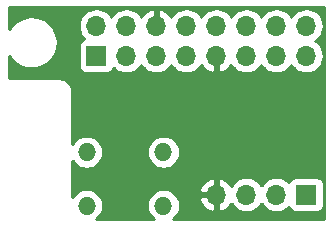
<source format=gbl>
G04 #@! TF.GenerationSoftware,KiCad,Pcbnew,(5.1.2)-1*
G04 #@! TF.CreationDate,2019-05-14T16:37:42-04:00*
G04 #@! TF.ProjectId,RaspberryPiHat,52617370-6265-4727-9279-50694861742e,1*
G04 #@! TF.SameCoordinates,Original*
G04 #@! TF.FileFunction,Copper,L2,Bot*
G04 #@! TF.FilePolarity,Positive*
%FSLAX46Y46*%
G04 Gerber Fmt 4.6, Leading zero omitted, Abs format (unit mm)*
G04 Created by KiCad (PCBNEW (5.1.2)-1) date 2019-05-14 16:37:42*
%MOMM*%
%LPD*%
G04 APERTURE LIST*
%ADD10R,1.700000X1.700000*%
%ADD11O,1.700000X1.700000*%
%ADD12O,1.524000X1.524000*%
%ADD13C,1.000000*%
%ADD14C,0.254000*%
G04 APERTURE END LIST*
D10*
X92583000Y-68580000D03*
D11*
X92583000Y-66040000D03*
X95123000Y-68580000D03*
X95123000Y-66040000D03*
X97663000Y-68580000D03*
X97663000Y-66040000D03*
X100203000Y-68580000D03*
X100203000Y-66040000D03*
X102743000Y-68580000D03*
X102743000Y-66040000D03*
X105283000Y-68580000D03*
X105283000Y-66040000D03*
X107823000Y-68580000D03*
X107823000Y-66040000D03*
X110363000Y-68580000D03*
X110363000Y-66040000D03*
D12*
X98269399Y-81254600D03*
X91766999Y-81254600D03*
X98269399Y-76733400D03*
X91766999Y-76733400D03*
D10*
X110370000Y-80318600D03*
D11*
X107830000Y-80318600D03*
X105290000Y-80318600D03*
X102750000Y-80318600D03*
D13*
X99568000Y-75184000D03*
X108458000Y-74422000D03*
D14*
G36*
X111862001Y-82398000D02*
G01*
X99078266Y-82398000D01*
X99262007Y-82247208D01*
X99436582Y-82034487D01*
X99566303Y-81791795D01*
X99646185Y-81528460D01*
X99673158Y-81254600D01*
X99646185Y-80980740D01*
X99566303Y-80717405D01*
X99543900Y-80675491D01*
X101308519Y-80675491D01*
X101405843Y-80949852D01*
X101554822Y-81199955D01*
X101749731Y-81416188D01*
X101983080Y-81590241D01*
X102245901Y-81715425D01*
X102393110Y-81760076D01*
X102623000Y-81638755D01*
X102623000Y-80445600D01*
X101429186Y-80445600D01*
X101308519Y-80675491D01*
X99543900Y-80675491D01*
X99436582Y-80474713D01*
X99262007Y-80261992D01*
X99049286Y-80087417D01*
X98814102Y-79961709D01*
X101308519Y-79961709D01*
X101429186Y-80191600D01*
X102623000Y-80191600D01*
X102623000Y-78998445D01*
X102877000Y-78998445D01*
X102877000Y-80191600D01*
X102897000Y-80191600D01*
X102897000Y-80445600D01*
X102877000Y-80445600D01*
X102877000Y-81638755D01*
X103106890Y-81760076D01*
X103254099Y-81715425D01*
X103516920Y-81590241D01*
X103750269Y-81416188D01*
X103945178Y-81199955D01*
X104014799Y-81083077D01*
X104049294Y-81147614D01*
X104234866Y-81373734D01*
X104460986Y-81559306D01*
X104718966Y-81697199D01*
X104998889Y-81782113D01*
X105217050Y-81803600D01*
X105362950Y-81803600D01*
X105581111Y-81782113D01*
X105861034Y-81697199D01*
X106119014Y-81559306D01*
X106345134Y-81373734D01*
X106530706Y-81147614D01*
X106560000Y-81092809D01*
X106589294Y-81147614D01*
X106774866Y-81373734D01*
X107000986Y-81559306D01*
X107258966Y-81697199D01*
X107538889Y-81782113D01*
X107757050Y-81803600D01*
X107902950Y-81803600D01*
X108121111Y-81782113D01*
X108401034Y-81697199D01*
X108659014Y-81559306D01*
X108885134Y-81373734D01*
X108909607Y-81343913D01*
X108930498Y-81412780D01*
X108989463Y-81523094D01*
X109068815Y-81619785D01*
X109165506Y-81699137D01*
X109275820Y-81758102D01*
X109395518Y-81794412D01*
X109520000Y-81806672D01*
X111220000Y-81806672D01*
X111344482Y-81794412D01*
X111464180Y-81758102D01*
X111574494Y-81699137D01*
X111671185Y-81619785D01*
X111750537Y-81523094D01*
X111809502Y-81412780D01*
X111845812Y-81293082D01*
X111858072Y-81168600D01*
X111858072Y-79468600D01*
X111845812Y-79344118D01*
X111809502Y-79224420D01*
X111750537Y-79114106D01*
X111671185Y-79017415D01*
X111574494Y-78938063D01*
X111464180Y-78879098D01*
X111344482Y-78842788D01*
X111220000Y-78830528D01*
X109520000Y-78830528D01*
X109395518Y-78842788D01*
X109275820Y-78879098D01*
X109165506Y-78938063D01*
X109068815Y-79017415D01*
X108989463Y-79114106D01*
X108930498Y-79224420D01*
X108909607Y-79293287D01*
X108885134Y-79263466D01*
X108659014Y-79077894D01*
X108401034Y-78940001D01*
X108121111Y-78855087D01*
X107902950Y-78833600D01*
X107757050Y-78833600D01*
X107538889Y-78855087D01*
X107258966Y-78940001D01*
X107000986Y-79077894D01*
X106774866Y-79263466D01*
X106589294Y-79489586D01*
X106560000Y-79544391D01*
X106530706Y-79489586D01*
X106345134Y-79263466D01*
X106119014Y-79077894D01*
X105861034Y-78940001D01*
X105581111Y-78855087D01*
X105362950Y-78833600D01*
X105217050Y-78833600D01*
X104998889Y-78855087D01*
X104718966Y-78940001D01*
X104460986Y-79077894D01*
X104234866Y-79263466D01*
X104049294Y-79489586D01*
X104014799Y-79554123D01*
X103945178Y-79437245D01*
X103750269Y-79221012D01*
X103516920Y-79046959D01*
X103254099Y-78921775D01*
X103106890Y-78877124D01*
X102877000Y-78998445D01*
X102623000Y-78998445D01*
X102393110Y-78877124D01*
X102245901Y-78921775D01*
X101983080Y-79046959D01*
X101749731Y-79221012D01*
X101554822Y-79437245D01*
X101405843Y-79687348D01*
X101308519Y-79961709D01*
X98814102Y-79961709D01*
X98806594Y-79957696D01*
X98543259Y-79877814D01*
X98338024Y-79857600D01*
X98200774Y-79857600D01*
X97995539Y-79877814D01*
X97732204Y-79957696D01*
X97489512Y-80087417D01*
X97276791Y-80261992D01*
X97102216Y-80474713D01*
X96972495Y-80717405D01*
X96892613Y-80980740D01*
X96865640Y-81254600D01*
X96892613Y-81528460D01*
X96972495Y-81791795D01*
X97102216Y-82034487D01*
X97276791Y-82247208D01*
X97460532Y-82398000D01*
X92575866Y-82398000D01*
X92759607Y-82247208D01*
X92934182Y-82034487D01*
X93063903Y-81791795D01*
X93143785Y-81528460D01*
X93170758Y-81254600D01*
X93143785Y-80980740D01*
X93063903Y-80717405D01*
X92934182Y-80474713D01*
X92759607Y-80261992D01*
X92546886Y-80087417D01*
X92304194Y-79957696D01*
X92040859Y-79877814D01*
X91835624Y-79857600D01*
X91698374Y-79857600D01*
X91493139Y-79877814D01*
X91229804Y-79957696D01*
X90987112Y-80087417D01*
X90774391Y-80261992D01*
X90599816Y-80474713D01*
X90576000Y-80519270D01*
X90576000Y-77468730D01*
X90599816Y-77513287D01*
X90774391Y-77726008D01*
X90987112Y-77900583D01*
X91229804Y-78030304D01*
X91493139Y-78110186D01*
X91698374Y-78130400D01*
X91835624Y-78130400D01*
X92040859Y-78110186D01*
X92304194Y-78030304D01*
X92546886Y-77900583D01*
X92759607Y-77726008D01*
X92934182Y-77513287D01*
X93063903Y-77270595D01*
X93143785Y-77007260D01*
X93170758Y-76733400D01*
X96865640Y-76733400D01*
X96892613Y-77007260D01*
X96972495Y-77270595D01*
X97102216Y-77513287D01*
X97276791Y-77726008D01*
X97489512Y-77900583D01*
X97732204Y-78030304D01*
X97995539Y-78110186D01*
X98200774Y-78130400D01*
X98338024Y-78130400D01*
X98543259Y-78110186D01*
X98806594Y-78030304D01*
X99049286Y-77900583D01*
X99262007Y-77726008D01*
X99436582Y-77513287D01*
X99566303Y-77270595D01*
X99646185Y-77007260D01*
X99673158Y-76733400D01*
X99646185Y-76459540D01*
X99566303Y-76196205D01*
X99436582Y-75953513D01*
X99262007Y-75740792D01*
X99049286Y-75566217D01*
X98806594Y-75436496D01*
X98543259Y-75356614D01*
X98338024Y-75336400D01*
X98200774Y-75336400D01*
X97995539Y-75356614D01*
X97732204Y-75436496D01*
X97489512Y-75566217D01*
X97276791Y-75740792D01*
X97102216Y-75953513D01*
X96972495Y-76196205D01*
X96892613Y-76459540D01*
X96865640Y-76733400D01*
X93170758Y-76733400D01*
X93143785Y-76459540D01*
X93063903Y-76196205D01*
X92934182Y-75953513D01*
X92759607Y-75740792D01*
X92546886Y-75566217D01*
X92304194Y-75436496D01*
X92040859Y-75356614D01*
X91835624Y-75336400D01*
X91698374Y-75336400D01*
X91493139Y-75356614D01*
X91229804Y-75436496D01*
X90987112Y-75566217D01*
X90774391Y-75740792D01*
X90599816Y-75953513D01*
X90576000Y-75998070D01*
X90576000Y-71595581D01*
X90573251Y-71567668D01*
X90573272Y-71564633D01*
X90572372Y-71555462D01*
X90567238Y-71506616D01*
X90566450Y-71498617D01*
X90566369Y-71498350D01*
X90562008Y-71456860D01*
X90549984Y-71398286D01*
X90538771Y-71339504D01*
X90536107Y-71330683D01*
X90506789Y-71235973D01*
X90483636Y-71180895D01*
X90461202Y-71125368D01*
X90456875Y-71117232D01*
X90409720Y-71030020D01*
X90376270Y-70980429D01*
X90343514Y-70930371D01*
X90337689Y-70923230D01*
X90274493Y-70846838D01*
X90232058Y-70804699D01*
X90190195Y-70761949D01*
X90183094Y-70756075D01*
X90106263Y-70693413D01*
X90056467Y-70660329D01*
X90007079Y-70626512D01*
X89998973Y-70622130D01*
X89911434Y-70575585D01*
X89856159Y-70552803D01*
X89801149Y-70529225D01*
X89792346Y-70526500D01*
X89697432Y-70497844D01*
X89638752Y-70486225D01*
X89580242Y-70473788D01*
X89571077Y-70472825D01*
X89472406Y-70463150D01*
X89472402Y-70463150D01*
X89440419Y-70460000D01*
X85242000Y-70460000D01*
X85242000Y-68570410D01*
X85303450Y-68682187D01*
X85579942Y-69011698D01*
X85915171Y-69281229D01*
X86296367Y-69480513D01*
X86709012Y-69601961D01*
X87137387Y-69640946D01*
X87565176Y-69595984D01*
X87976084Y-69468786D01*
X88354461Y-69264199D01*
X88685894Y-68990014D01*
X88957758Y-68656675D01*
X89159699Y-68276879D01*
X89284025Y-67865093D01*
X89326000Y-67437000D01*
X89325141Y-67375461D01*
X89271229Y-66948707D01*
X89135454Y-66540552D01*
X88922987Y-66166543D01*
X88813758Y-66040000D01*
X91090815Y-66040000D01*
X91119487Y-66331111D01*
X91204401Y-66611034D01*
X91342294Y-66869014D01*
X91527866Y-67095134D01*
X91557687Y-67119607D01*
X91488820Y-67140498D01*
X91378506Y-67199463D01*
X91281815Y-67278815D01*
X91202463Y-67375506D01*
X91143498Y-67485820D01*
X91107188Y-67605518D01*
X91094928Y-67730000D01*
X91094928Y-69430000D01*
X91107188Y-69554482D01*
X91143498Y-69674180D01*
X91202463Y-69784494D01*
X91281815Y-69881185D01*
X91378506Y-69960537D01*
X91488820Y-70019502D01*
X91608518Y-70055812D01*
X91733000Y-70068072D01*
X93433000Y-70068072D01*
X93557482Y-70055812D01*
X93677180Y-70019502D01*
X93787494Y-69960537D01*
X93884185Y-69881185D01*
X93963537Y-69784494D01*
X94022502Y-69674180D01*
X94043393Y-69605313D01*
X94067866Y-69635134D01*
X94293986Y-69820706D01*
X94551966Y-69958599D01*
X94831889Y-70043513D01*
X95050050Y-70065000D01*
X95195950Y-70065000D01*
X95414111Y-70043513D01*
X95694034Y-69958599D01*
X95952014Y-69820706D01*
X96178134Y-69635134D01*
X96363706Y-69409014D01*
X96393000Y-69354209D01*
X96422294Y-69409014D01*
X96607866Y-69635134D01*
X96833986Y-69820706D01*
X97091966Y-69958599D01*
X97371889Y-70043513D01*
X97590050Y-70065000D01*
X97735950Y-70065000D01*
X97954111Y-70043513D01*
X98234034Y-69958599D01*
X98492014Y-69820706D01*
X98718134Y-69635134D01*
X98903706Y-69409014D01*
X98933000Y-69354209D01*
X98962294Y-69409014D01*
X99147866Y-69635134D01*
X99373986Y-69820706D01*
X99631966Y-69958599D01*
X99911889Y-70043513D01*
X100130050Y-70065000D01*
X100275950Y-70065000D01*
X100494111Y-70043513D01*
X100774034Y-69958599D01*
X101032014Y-69820706D01*
X101258134Y-69635134D01*
X101443706Y-69409014D01*
X101478201Y-69344477D01*
X101547822Y-69461355D01*
X101742731Y-69677588D01*
X101976080Y-69851641D01*
X102238901Y-69976825D01*
X102386110Y-70021476D01*
X102616000Y-69900155D01*
X102616000Y-68707000D01*
X102596000Y-68707000D01*
X102596000Y-68453000D01*
X102616000Y-68453000D01*
X102616000Y-68433000D01*
X102870000Y-68433000D01*
X102870000Y-68453000D01*
X102890000Y-68453000D01*
X102890000Y-68707000D01*
X102870000Y-68707000D01*
X102870000Y-69900155D01*
X103099890Y-70021476D01*
X103247099Y-69976825D01*
X103509920Y-69851641D01*
X103743269Y-69677588D01*
X103938178Y-69461355D01*
X104007799Y-69344477D01*
X104042294Y-69409014D01*
X104227866Y-69635134D01*
X104453986Y-69820706D01*
X104711966Y-69958599D01*
X104991889Y-70043513D01*
X105210050Y-70065000D01*
X105355950Y-70065000D01*
X105574111Y-70043513D01*
X105854034Y-69958599D01*
X106112014Y-69820706D01*
X106338134Y-69635134D01*
X106523706Y-69409014D01*
X106553000Y-69354209D01*
X106582294Y-69409014D01*
X106767866Y-69635134D01*
X106993986Y-69820706D01*
X107251966Y-69958599D01*
X107531889Y-70043513D01*
X107750050Y-70065000D01*
X107895950Y-70065000D01*
X108114111Y-70043513D01*
X108394034Y-69958599D01*
X108652014Y-69820706D01*
X108878134Y-69635134D01*
X109063706Y-69409014D01*
X109093000Y-69354209D01*
X109122294Y-69409014D01*
X109307866Y-69635134D01*
X109533986Y-69820706D01*
X109791966Y-69958599D01*
X110071889Y-70043513D01*
X110290050Y-70065000D01*
X110435950Y-70065000D01*
X110654111Y-70043513D01*
X110934034Y-69958599D01*
X111192014Y-69820706D01*
X111418134Y-69635134D01*
X111603706Y-69409014D01*
X111741599Y-69151034D01*
X111826513Y-68871111D01*
X111855185Y-68580000D01*
X111826513Y-68288889D01*
X111741599Y-68008966D01*
X111603706Y-67750986D01*
X111418134Y-67524866D01*
X111192014Y-67339294D01*
X111137209Y-67310000D01*
X111192014Y-67280706D01*
X111418134Y-67095134D01*
X111603706Y-66869014D01*
X111741599Y-66611034D01*
X111826513Y-66331111D01*
X111855185Y-66040000D01*
X111826513Y-65748889D01*
X111741599Y-65468966D01*
X111603706Y-65210986D01*
X111418134Y-64984866D01*
X111192014Y-64799294D01*
X110934034Y-64661401D01*
X110654111Y-64576487D01*
X110435950Y-64555000D01*
X110290050Y-64555000D01*
X110071889Y-64576487D01*
X109791966Y-64661401D01*
X109533986Y-64799294D01*
X109307866Y-64984866D01*
X109122294Y-65210986D01*
X109093000Y-65265791D01*
X109063706Y-65210986D01*
X108878134Y-64984866D01*
X108652014Y-64799294D01*
X108394034Y-64661401D01*
X108114111Y-64576487D01*
X107895950Y-64555000D01*
X107750050Y-64555000D01*
X107531889Y-64576487D01*
X107251966Y-64661401D01*
X106993986Y-64799294D01*
X106767866Y-64984866D01*
X106582294Y-65210986D01*
X106553000Y-65265791D01*
X106523706Y-65210986D01*
X106338134Y-64984866D01*
X106112014Y-64799294D01*
X105854034Y-64661401D01*
X105574111Y-64576487D01*
X105355950Y-64555000D01*
X105210050Y-64555000D01*
X104991889Y-64576487D01*
X104711966Y-64661401D01*
X104453986Y-64799294D01*
X104227866Y-64984866D01*
X104042294Y-65210986D01*
X104013000Y-65265791D01*
X103983706Y-65210986D01*
X103798134Y-64984866D01*
X103572014Y-64799294D01*
X103314034Y-64661401D01*
X103034111Y-64576487D01*
X102815950Y-64555000D01*
X102670050Y-64555000D01*
X102451889Y-64576487D01*
X102171966Y-64661401D01*
X101913986Y-64799294D01*
X101687866Y-64984866D01*
X101502294Y-65210986D01*
X101473000Y-65265791D01*
X101443706Y-65210986D01*
X101258134Y-64984866D01*
X101032014Y-64799294D01*
X100774034Y-64661401D01*
X100494111Y-64576487D01*
X100275950Y-64555000D01*
X100130050Y-64555000D01*
X99911889Y-64576487D01*
X99631966Y-64661401D01*
X99373986Y-64799294D01*
X99147866Y-64984866D01*
X98962294Y-65210986D01*
X98927799Y-65275523D01*
X98858178Y-65158645D01*
X98663269Y-64942412D01*
X98429920Y-64768359D01*
X98167099Y-64643175D01*
X98019890Y-64598524D01*
X97790000Y-64719845D01*
X97790000Y-65913000D01*
X97810000Y-65913000D01*
X97810000Y-66167000D01*
X97790000Y-66167000D01*
X97790000Y-66187000D01*
X97536000Y-66187000D01*
X97536000Y-66167000D01*
X97516000Y-66167000D01*
X97516000Y-65913000D01*
X97536000Y-65913000D01*
X97536000Y-64719845D01*
X97306110Y-64598524D01*
X97158901Y-64643175D01*
X96896080Y-64768359D01*
X96662731Y-64942412D01*
X96467822Y-65158645D01*
X96398201Y-65275523D01*
X96363706Y-65210986D01*
X96178134Y-64984866D01*
X95952014Y-64799294D01*
X95694034Y-64661401D01*
X95414111Y-64576487D01*
X95195950Y-64555000D01*
X95050050Y-64555000D01*
X94831889Y-64576487D01*
X94551966Y-64661401D01*
X94293986Y-64799294D01*
X94067866Y-64984866D01*
X93882294Y-65210986D01*
X93853000Y-65265791D01*
X93823706Y-65210986D01*
X93638134Y-64984866D01*
X93412014Y-64799294D01*
X93154034Y-64661401D01*
X92874111Y-64576487D01*
X92655950Y-64555000D01*
X92510050Y-64555000D01*
X92291889Y-64576487D01*
X92011966Y-64661401D01*
X91753986Y-64799294D01*
X91527866Y-64984866D01*
X91342294Y-65210986D01*
X91204401Y-65468966D01*
X91119487Y-65748889D01*
X91090815Y-66040000D01*
X88813758Y-66040000D01*
X88641921Y-65840925D01*
X88302962Y-65576101D01*
X87919021Y-65382158D01*
X87504721Y-65266484D01*
X87075843Y-65233483D01*
X86648723Y-65284414D01*
X86239631Y-65417337D01*
X85864147Y-65627187D01*
X85536575Y-65905973D01*
X85269391Y-66243075D01*
X85242000Y-66296372D01*
X85242000Y-64414000D01*
X111862000Y-64414000D01*
X111862001Y-82398000D01*
X111862001Y-82398000D01*
G37*
X111862001Y-82398000D02*
X99078266Y-82398000D01*
X99262007Y-82247208D01*
X99436582Y-82034487D01*
X99566303Y-81791795D01*
X99646185Y-81528460D01*
X99673158Y-81254600D01*
X99646185Y-80980740D01*
X99566303Y-80717405D01*
X99543900Y-80675491D01*
X101308519Y-80675491D01*
X101405843Y-80949852D01*
X101554822Y-81199955D01*
X101749731Y-81416188D01*
X101983080Y-81590241D01*
X102245901Y-81715425D01*
X102393110Y-81760076D01*
X102623000Y-81638755D01*
X102623000Y-80445600D01*
X101429186Y-80445600D01*
X101308519Y-80675491D01*
X99543900Y-80675491D01*
X99436582Y-80474713D01*
X99262007Y-80261992D01*
X99049286Y-80087417D01*
X98814102Y-79961709D01*
X101308519Y-79961709D01*
X101429186Y-80191600D01*
X102623000Y-80191600D01*
X102623000Y-78998445D01*
X102877000Y-78998445D01*
X102877000Y-80191600D01*
X102897000Y-80191600D01*
X102897000Y-80445600D01*
X102877000Y-80445600D01*
X102877000Y-81638755D01*
X103106890Y-81760076D01*
X103254099Y-81715425D01*
X103516920Y-81590241D01*
X103750269Y-81416188D01*
X103945178Y-81199955D01*
X104014799Y-81083077D01*
X104049294Y-81147614D01*
X104234866Y-81373734D01*
X104460986Y-81559306D01*
X104718966Y-81697199D01*
X104998889Y-81782113D01*
X105217050Y-81803600D01*
X105362950Y-81803600D01*
X105581111Y-81782113D01*
X105861034Y-81697199D01*
X106119014Y-81559306D01*
X106345134Y-81373734D01*
X106530706Y-81147614D01*
X106560000Y-81092809D01*
X106589294Y-81147614D01*
X106774866Y-81373734D01*
X107000986Y-81559306D01*
X107258966Y-81697199D01*
X107538889Y-81782113D01*
X107757050Y-81803600D01*
X107902950Y-81803600D01*
X108121111Y-81782113D01*
X108401034Y-81697199D01*
X108659014Y-81559306D01*
X108885134Y-81373734D01*
X108909607Y-81343913D01*
X108930498Y-81412780D01*
X108989463Y-81523094D01*
X109068815Y-81619785D01*
X109165506Y-81699137D01*
X109275820Y-81758102D01*
X109395518Y-81794412D01*
X109520000Y-81806672D01*
X111220000Y-81806672D01*
X111344482Y-81794412D01*
X111464180Y-81758102D01*
X111574494Y-81699137D01*
X111671185Y-81619785D01*
X111750537Y-81523094D01*
X111809502Y-81412780D01*
X111845812Y-81293082D01*
X111858072Y-81168600D01*
X111858072Y-79468600D01*
X111845812Y-79344118D01*
X111809502Y-79224420D01*
X111750537Y-79114106D01*
X111671185Y-79017415D01*
X111574494Y-78938063D01*
X111464180Y-78879098D01*
X111344482Y-78842788D01*
X111220000Y-78830528D01*
X109520000Y-78830528D01*
X109395518Y-78842788D01*
X109275820Y-78879098D01*
X109165506Y-78938063D01*
X109068815Y-79017415D01*
X108989463Y-79114106D01*
X108930498Y-79224420D01*
X108909607Y-79293287D01*
X108885134Y-79263466D01*
X108659014Y-79077894D01*
X108401034Y-78940001D01*
X108121111Y-78855087D01*
X107902950Y-78833600D01*
X107757050Y-78833600D01*
X107538889Y-78855087D01*
X107258966Y-78940001D01*
X107000986Y-79077894D01*
X106774866Y-79263466D01*
X106589294Y-79489586D01*
X106560000Y-79544391D01*
X106530706Y-79489586D01*
X106345134Y-79263466D01*
X106119014Y-79077894D01*
X105861034Y-78940001D01*
X105581111Y-78855087D01*
X105362950Y-78833600D01*
X105217050Y-78833600D01*
X104998889Y-78855087D01*
X104718966Y-78940001D01*
X104460986Y-79077894D01*
X104234866Y-79263466D01*
X104049294Y-79489586D01*
X104014799Y-79554123D01*
X103945178Y-79437245D01*
X103750269Y-79221012D01*
X103516920Y-79046959D01*
X103254099Y-78921775D01*
X103106890Y-78877124D01*
X102877000Y-78998445D01*
X102623000Y-78998445D01*
X102393110Y-78877124D01*
X102245901Y-78921775D01*
X101983080Y-79046959D01*
X101749731Y-79221012D01*
X101554822Y-79437245D01*
X101405843Y-79687348D01*
X101308519Y-79961709D01*
X98814102Y-79961709D01*
X98806594Y-79957696D01*
X98543259Y-79877814D01*
X98338024Y-79857600D01*
X98200774Y-79857600D01*
X97995539Y-79877814D01*
X97732204Y-79957696D01*
X97489512Y-80087417D01*
X97276791Y-80261992D01*
X97102216Y-80474713D01*
X96972495Y-80717405D01*
X96892613Y-80980740D01*
X96865640Y-81254600D01*
X96892613Y-81528460D01*
X96972495Y-81791795D01*
X97102216Y-82034487D01*
X97276791Y-82247208D01*
X97460532Y-82398000D01*
X92575866Y-82398000D01*
X92759607Y-82247208D01*
X92934182Y-82034487D01*
X93063903Y-81791795D01*
X93143785Y-81528460D01*
X93170758Y-81254600D01*
X93143785Y-80980740D01*
X93063903Y-80717405D01*
X92934182Y-80474713D01*
X92759607Y-80261992D01*
X92546886Y-80087417D01*
X92304194Y-79957696D01*
X92040859Y-79877814D01*
X91835624Y-79857600D01*
X91698374Y-79857600D01*
X91493139Y-79877814D01*
X91229804Y-79957696D01*
X90987112Y-80087417D01*
X90774391Y-80261992D01*
X90599816Y-80474713D01*
X90576000Y-80519270D01*
X90576000Y-77468730D01*
X90599816Y-77513287D01*
X90774391Y-77726008D01*
X90987112Y-77900583D01*
X91229804Y-78030304D01*
X91493139Y-78110186D01*
X91698374Y-78130400D01*
X91835624Y-78130400D01*
X92040859Y-78110186D01*
X92304194Y-78030304D01*
X92546886Y-77900583D01*
X92759607Y-77726008D01*
X92934182Y-77513287D01*
X93063903Y-77270595D01*
X93143785Y-77007260D01*
X93170758Y-76733400D01*
X96865640Y-76733400D01*
X96892613Y-77007260D01*
X96972495Y-77270595D01*
X97102216Y-77513287D01*
X97276791Y-77726008D01*
X97489512Y-77900583D01*
X97732204Y-78030304D01*
X97995539Y-78110186D01*
X98200774Y-78130400D01*
X98338024Y-78130400D01*
X98543259Y-78110186D01*
X98806594Y-78030304D01*
X99049286Y-77900583D01*
X99262007Y-77726008D01*
X99436582Y-77513287D01*
X99566303Y-77270595D01*
X99646185Y-77007260D01*
X99673158Y-76733400D01*
X99646185Y-76459540D01*
X99566303Y-76196205D01*
X99436582Y-75953513D01*
X99262007Y-75740792D01*
X99049286Y-75566217D01*
X98806594Y-75436496D01*
X98543259Y-75356614D01*
X98338024Y-75336400D01*
X98200774Y-75336400D01*
X97995539Y-75356614D01*
X97732204Y-75436496D01*
X97489512Y-75566217D01*
X97276791Y-75740792D01*
X97102216Y-75953513D01*
X96972495Y-76196205D01*
X96892613Y-76459540D01*
X96865640Y-76733400D01*
X93170758Y-76733400D01*
X93143785Y-76459540D01*
X93063903Y-76196205D01*
X92934182Y-75953513D01*
X92759607Y-75740792D01*
X92546886Y-75566217D01*
X92304194Y-75436496D01*
X92040859Y-75356614D01*
X91835624Y-75336400D01*
X91698374Y-75336400D01*
X91493139Y-75356614D01*
X91229804Y-75436496D01*
X90987112Y-75566217D01*
X90774391Y-75740792D01*
X90599816Y-75953513D01*
X90576000Y-75998070D01*
X90576000Y-71595581D01*
X90573251Y-71567668D01*
X90573272Y-71564633D01*
X90572372Y-71555462D01*
X90567238Y-71506616D01*
X90566450Y-71498617D01*
X90566369Y-71498350D01*
X90562008Y-71456860D01*
X90549984Y-71398286D01*
X90538771Y-71339504D01*
X90536107Y-71330683D01*
X90506789Y-71235973D01*
X90483636Y-71180895D01*
X90461202Y-71125368D01*
X90456875Y-71117232D01*
X90409720Y-71030020D01*
X90376270Y-70980429D01*
X90343514Y-70930371D01*
X90337689Y-70923230D01*
X90274493Y-70846838D01*
X90232058Y-70804699D01*
X90190195Y-70761949D01*
X90183094Y-70756075D01*
X90106263Y-70693413D01*
X90056467Y-70660329D01*
X90007079Y-70626512D01*
X89998973Y-70622130D01*
X89911434Y-70575585D01*
X89856159Y-70552803D01*
X89801149Y-70529225D01*
X89792346Y-70526500D01*
X89697432Y-70497844D01*
X89638752Y-70486225D01*
X89580242Y-70473788D01*
X89571077Y-70472825D01*
X89472406Y-70463150D01*
X89472402Y-70463150D01*
X89440419Y-70460000D01*
X85242000Y-70460000D01*
X85242000Y-68570410D01*
X85303450Y-68682187D01*
X85579942Y-69011698D01*
X85915171Y-69281229D01*
X86296367Y-69480513D01*
X86709012Y-69601961D01*
X87137387Y-69640946D01*
X87565176Y-69595984D01*
X87976084Y-69468786D01*
X88354461Y-69264199D01*
X88685894Y-68990014D01*
X88957758Y-68656675D01*
X89159699Y-68276879D01*
X89284025Y-67865093D01*
X89326000Y-67437000D01*
X89325141Y-67375461D01*
X89271229Y-66948707D01*
X89135454Y-66540552D01*
X88922987Y-66166543D01*
X88813758Y-66040000D01*
X91090815Y-66040000D01*
X91119487Y-66331111D01*
X91204401Y-66611034D01*
X91342294Y-66869014D01*
X91527866Y-67095134D01*
X91557687Y-67119607D01*
X91488820Y-67140498D01*
X91378506Y-67199463D01*
X91281815Y-67278815D01*
X91202463Y-67375506D01*
X91143498Y-67485820D01*
X91107188Y-67605518D01*
X91094928Y-67730000D01*
X91094928Y-69430000D01*
X91107188Y-69554482D01*
X91143498Y-69674180D01*
X91202463Y-69784494D01*
X91281815Y-69881185D01*
X91378506Y-69960537D01*
X91488820Y-70019502D01*
X91608518Y-70055812D01*
X91733000Y-70068072D01*
X93433000Y-70068072D01*
X93557482Y-70055812D01*
X93677180Y-70019502D01*
X93787494Y-69960537D01*
X93884185Y-69881185D01*
X93963537Y-69784494D01*
X94022502Y-69674180D01*
X94043393Y-69605313D01*
X94067866Y-69635134D01*
X94293986Y-69820706D01*
X94551966Y-69958599D01*
X94831889Y-70043513D01*
X95050050Y-70065000D01*
X95195950Y-70065000D01*
X95414111Y-70043513D01*
X95694034Y-69958599D01*
X95952014Y-69820706D01*
X96178134Y-69635134D01*
X96363706Y-69409014D01*
X96393000Y-69354209D01*
X96422294Y-69409014D01*
X96607866Y-69635134D01*
X96833986Y-69820706D01*
X97091966Y-69958599D01*
X97371889Y-70043513D01*
X97590050Y-70065000D01*
X97735950Y-70065000D01*
X97954111Y-70043513D01*
X98234034Y-69958599D01*
X98492014Y-69820706D01*
X98718134Y-69635134D01*
X98903706Y-69409014D01*
X98933000Y-69354209D01*
X98962294Y-69409014D01*
X99147866Y-69635134D01*
X99373986Y-69820706D01*
X99631966Y-69958599D01*
X99911889Y-70043513D01*
X100130050Y-70065000D01*
X100275950Y-70065000D01*
X100494111Y-70043513D01*
X100774034Y-69958599D01*
X101032014Y-69820706D01*
X101258134Y-69635134D01*
X101443706Y-69409014D01*
X101478201Y-69344477D01*
X101547822Y-69461355D01*
X101742731Y-69677588D01*
X101976080Y-69851641D01*
X102238901Y-69976825D01*
X102386110Y-70021476D01*
X102616000Y-69900155D01*
X102616000Y-68707000D01*
X102596000Y-68707000D01*
X102596000Y-68453000D01*
X102616000Y-68453000D01*
X102616000Y-68433000D01*
X102870000Y-68433000D01*
X102870000Y-68453000D01*
X102890000Y-68453000D01*
X102890000Y-68707000D01*
X102870000Y-68707000D01*
X102870000Y-69900155D01*
X103099890Y-70021476D01*
X103247099Y-69976825D01*
X103509920Y-69851641D01*
X103743269Y-69677588D01*
X103938178Y-69461355D01*
X104007799Y-69344477D01*
X104042294Y-69409014D01*
X104227866Y-69635134D01*
X104453986Y-69820706D01*
X104711966Y-69958599D01*
X104991889Y-70043513D01*
X105210050Y-70065000D01*
X105355950Y-70065000D01*
X105574111Y-70043513D01*
X105854034Y-69958599D01*
X106112014Y-69820706D01*
X106338134Y-69635134D01*
X106523706Y-69409014D01*
X106553000Y-69354209D01*
X106582294Y-69409014D01*
X106767866Y-69635134D01*
X106993986Y-69820706D01*
X107251966Y-69958599D01*
X107531889Y-70043513D01*
X107750050Y-70065000D01*
X107895950Y-70065000D01*
X108114111Y-70043513D01*
X108394034Y-69958599D01*
X108652014Y-69820706D01*
X108878134Y-69635134D01*
X109063706Y-69409014D01*
X109093000Y-69354209D01*
X109122294Y-69409014D01*
X109307866Y-69635134D01*
X109533986Y-69820706D01*
X109791966Y-69958599D01*
X110071889Y-70043513D01*
X110290050Y-70065000D01*
X110435950Y-70065000D01*
X110654111Y-70043513D01*
X110934034Y-69958599D01*
X111192014Y-69820706D01*
X111418134Y-69635134D01*
X111603706Y-69409014D01*
X111741599Y-69151034D01*
X111826513Y-68871111D01*
X111855185Y-68580000D01*
X111826513Y-68288889D01*
X111741599Y-68008966D01*
X111603706Y-67750986D01*
X111418134Y-67524866D01*
X111192014Y-67339294D01*
X111137209Y-67310000D01*
X111192014Y-67280706D01*
X111418134Y-67095134D01*
X111603706Y-66869014D01*
X111741599Y-66611034D01*
X111826513Y-66331111D01*
X111855185Y-66040000D01*
X111826513Y-65748889D01*
X111741599Y-65468966D01*
X111603706Y-65210986D01*
X111418134Y-64984866D01*
X111192014Y-64799294D01*
X110934034Y-64661401D01*
X110654111Y-64576487D01*
X110435950Y-64555000D01*
X110290050Y-64555000D01*
X110071889Y-64576487D01*
X109791966Y-64661401D01*
X109533986Y-64799294D01*
X109307866Y-64984866D01*
X109122294Y-65210986D01*
X109093000Y-65265791D01*
X109063706Y-65210986D01*
X108878134Y-64984866D01*
X108652014Y-64799294D01*
X108394034Y-64661401D01*
X108114111Y-64576487D01*
X107895950Y-64555000D01*
X107750050Y-64555000D01*
X107531889Y-64576487D01*
X107251966Y-64661401D01*
X106993986Y-64799294D01*
X106767866Y-64984866D01*
X106582294Y-65210986D01*
X106553000Y-65265791D01*
X106523706Y-65210986D01*
X106338134Y-64984866D01*
X106112014Y-64799294D01*
X105854034Y-64661401D01*
X105574111Y-64576487D01*
X105355950Y-64555000D01*
X105210050Y-64555000D01*
X104991889Y-64576487D01*
X104711966Y-64661401D01*
X104453986Y-64799294D01*
X104227866Y-64984866D01*
X104042294Y-65210986D01*
X104013000Y-65265791D01*
X103983706Y-65210986D01*
X103798134Y-64984866D01*
X103572014Y-64799294D01*
X103314034Y-64661401D01*
X103034111Y-64576487D01*
X102815950Y-64555000D01*
X102670050Y-64555000D01*
X102451889Y-64576487D01*
X102171966Y-64661401D01*
X101913986Y-64799294D01*
X101687866Y-64984866D01*
X101502294Y-65210986D01*
X101473000Y-65265791D01*
X101443706Y-65210986D01*
X101258134Y-64984866D01*
X101032014Y-64799294D01*
X100774034Y-64661401D01*
X100494111Y-64576487D01*
X100275950Y-64555000D01*
X100130050Y-64555000D01*
X99911889Y-64576487D01*
X99631966Y-64661401D01*
X99373986Y-64799294D01*
X99147866Y-64984866D01*
X98962294Y-65210986D01*
X98927799Y-65275523D01*
X98858178Y-65158645D01*
X98663269Y-64942412D01*
X98429920Y-64768359D01*
X98167099Y-64643175D01*
X98019890Y-64598524D01*
X97790000Y-64719845D01*
X97790000Y-65913000D01*
X97810000Y-65913000D01*
X97810000Y-66167000D01*
X97790000Y-66167000D01*
X97790000Y-66187000D01*
X97536000Y-66187000D01*
X97536000Y-66167000D01*
X97516000Y-66167000D01*
X97516000Y-65913000D01*
X97536000Y-65913000D01*
X97536000Y-64719845D01*
X97306110Y-64598524D01*
X97158901Y-64643175D01*
X96896080Y-64768359D01*
X96662731Y-64942412D01*
X96467822Y-65158645D01*
X96398201Y-65275523D01*
X96363706Y-65210986D01*
X96178134Y-64984866D01*
X95952014Y-64799294D01*
X95694034Y-64661401D01*
X95414111Y-64576487D01*
X95195950Y-64555000D01*
X95050050Y-64555000D01*
X94831889Y-64576487D01*
X94551966Y-64661401D01*
X94293986Y-64799294D01*
X94067866Y-64984866D01*
X93882294Y-65210986D01*
X93853000Y-65265791D01*
X93823706Y-65210986D01*
X93638134Y-64984866D01*
X93412014Y-64799294D01*
X93154034Y-64661401D01*
X92874111Y-64576487D01*
X92655950Y-64555000D01*
X92510050Y-64555000D01*
X92291889Y-64576487D01*
X92011966Y-64661401D01*
X91753986Y-64799294D01*
X91527866Y-64984866D01*
X91342294Y-65210986D01*
X91204401Y-65468966D01*
X91119487Y-65748889D01*
X91090815Y-66040000D01*
X88813758Y-66040000D01*
X88641921Y-65840925D01*
X88302962Y-65576101D01*
X87919021Y-65382158D01*
X87504721Y-65266484D01*
X87075843Y-65233483D01*
X86648723Y-65284414D01*
X86239631Y-65417337D01*
X85864147Y-65627187D01*
X85536575Y-65905973D01*
X85269391Y-66243075D01*
X85242000Y-66296372D01*
X85242000Y-64414000D01*
X111862000Y-64414000D01*
X111862001Y-82398000D01*
M02*

</source>
